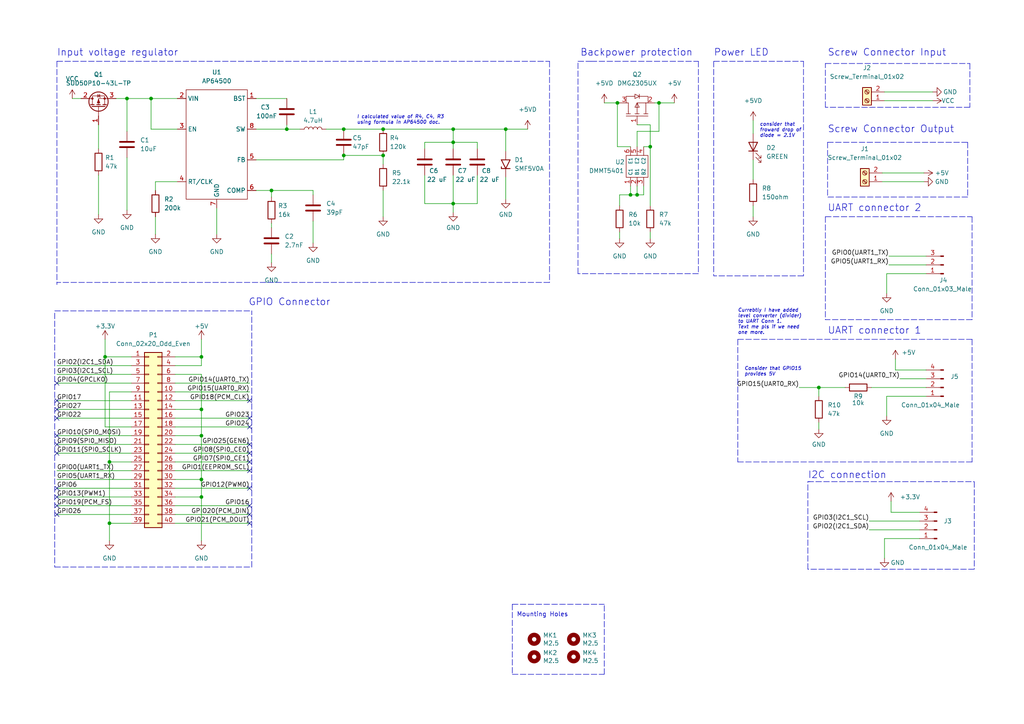
<source format=kicad_sch>
(kicad_sch (version 20231120) (generator "eeschema") (generator_version "8.0")
  (paper "A4")
  (lib_symbols
    (symbol "Connector:Conn_01x03_Male" (pin_names (offset 1.016) hide)
      (property "Reference" "J" (at 0 5.08 0))
      (property "Value" "Conn_01x03_Male" (at 0 -5.08 0))
      (symbol "Conn_01x03_Male_1_1"
        (polyline (pts (xy 1.27 -2.54) (xy 0.8636 -2.54)) (stroke (width 0.1524)))
        (polyline (pts (xy 1.27 0) (xy 0.8636 0)) (stroke (width 0.1524)))
        (polyline (pts (xy 1.27 2.54) (xy 0.8636 2.54)) (stroke (width 0.1524)))
        (rectangle (start 0.8636 -2.413) (end 0 -2.667) (stroke (width 0.1524)) (fill (type outline)))
        (rectangle (start 0.8636 0.127) (end 0 -0.127) (stroke (width 0.1524)) (fill (type outline)))
        (rectangle (start 0.8636 2.667) (end 0 2.413) (stroke (width 0.1524)) (fill (type outline)))
        (pin passive line (at 5.08 2.54 180) (length 3.81) (name "Pin_1") (number "1"))
        (pin passive line (at 5.08 0 180) (length 3.81) (name "Pin_2") (number "2"))
        (pin passive line (at 5.08 -2.54 180) (length 3.81) (name "Pin_3") (number "3"))
      )
    )
    (symbol "Connector:Conn_01x04_Male" (pin_names (offset 1.016) hide)
      (property "Reference" "J" (at 0 5.08 0))
      (property "Value" "Conn_01x04_Male" (at 0 -7.62 0))
      (symbol "Conn_01x04_Male_1_1"
        (polyline (pts (xy 1.27 -5.08) (xy 0.8636 -5.08)) (stroke (width 0.1524)))
        (polyline (pts (xy 1.27 -2.54) (xy 0.8636 -2.54)) (stroke (width 0.1524)))
        (polyline (pts (xy 1.27 0) (xy 0.8636 0)) (stroke (width 0.1524)))
        (polyline (pts (xy 1.27 2.54) (xy 0.8636 2.54)) (stroke (width 0.1524)))
        (rectangle (start 0.8636 -4.953) (end 0 -5.207) (stroke (width 0.1524)) (fill (type outline)))
        (rectangle (start 0.8636 -2.413) (end 0 -2.667) (stroke (width 0.1524)) (fill (type outline)))
        (rectangle (start 0.8636 0.127) (end 0 -0.127) (stroke (width 0.1524)) (fill (type outline)))
        (rectangle (start 0.8636 2.667) (end 0 2.413) (stroke (width 0.1524)) (fill (type outline)))
        (pin passive line (at 5.08 2.54 180) (length 3.81) (name "Pin_1") (number "1"))
        (pin passive line (at 5.08 0 180) (length 3.81) (name "Pin_2") (number "2"))
        (pin passive line (at 5.08 -2.54 180) (length 3.81) (name "Pin_3") (number "3"))
        (pin passive line (at 5.08 -5.08 180) (length 3.81) (name "Pin_4") (number "4"))
      )
    )
    (symbol "Connector:Screw_Terminal_01x02" (pin_names (offset 1.016) hide)
      (property "Reference" "J" (at 0 2.54 0))
      (property "Value" "Screw_Terminal_01x02" (at 0 -5.08 0))
      (symbol "Screw_Terminal_01x02_1_1"
        (rectangle (start -1.27 1.27) (end 1.27 -3.81) (stroke (width 0.254)) (fill (type background)))
        (circle (center 0 -2.54) (radius 0.635) (stroke (width 0.1524)))
        (polyline (pts (xy -0.5334 -2.2098) (xy 0.3302 -3.048)) (stroke (width 0.1524)))
        (polyline (pts (xy -0.5334 0.3302) (xy 0.3302 -0.508)) (stroke (width 0.1524)))
        (polyline (pts (xy -0.3556 -2.032) (xy 0.508 -2.8702)) (stroke (width 0.1524)))
        (polyline (pts (xy -0.3556 0.508) (xy 0.508 -0.3302)) (stroke (width 0.1524)))
        (circle (center 0 0) (radius 0.635) (stroke (width 0.1524)))
        (pin passive line (at -5.08 0 0) (length 3.81) (name "Pin_1") (number "1"))
        (pin passive line (at -5.08 -2.54 0) (length 3.81) (name "Pin_2") (number "2"))
      )
    )
    (symbol "Device:C" (pin_numbers hide) (pin_names (offset 0.254))
      (property "Reference" "C" (at 0.635 2.54 0))
      (property "Value" "C" (at 0.635 -2.54 0))
      (symbol "C_0_1"
        (polyline (pts (xy -2.032 -0.762) (xy 2.032 -0.762)) (stroke (width 0.508)))
        (polyline (pts (xy -2.032 0.762) (xy 2.032 0.762)) (stroke (width 0.508)))
      )
      (symbol "C_1_1"
        (pin passive line (at 0 3.81 270) (length 2.794) (name "~") (number "1"))
        (pin passive line (at 0 -3.81 90) (length 2.794) (name "~") (number "2"))
      )
    )
    (symbol "Device:L" (pin_numbers hide) (pin_names (offset 1.016) hide)
      (property "Reference" "L" (at -1.27 0 90))
      (property "Value" "L" (at 1.905 0 90))
      (symbol "L_0_1"
        (arc (start 0 -2.54) (mid 0.6323 -1.905) (end 0 -1.27))
        (arc (start 0 -1.27) (mid 0.6323 -0.635) (end 0 0))
        (arc (start 0 0) (mid 0.6323 0.635) (end 0 1.27))
        (arc (start 0 1.27) (mid 0.6323 1.905) (end 0 2.54))
      )
      (symbol "L_1_1"
        (pin passive line (at 0 3.81 270) (length 1.27) (name "1") (number "1"))
        (pin passive line (at 0 -3.81 90) (length 1.27) (name "2") (number "2"))
      )
    )
    (symbol "Device:LED" (pin_numbers hide) (pin_names (offset 1.016) hide)
      (property "Reference" "D" (at 0 2.54 0))
      (property "Value" "LED" (at 0 -2.54 0))
      (symbol "LED_0_1"
        (polyline (pts (xy -1.27 -1.27) (xy -1.27 1.27)) (stroke (width 0.254)))
        (polyline (pts (xy -1.27 0) (xy 1.27 0)))
        (polyline (pts (xy 1.27 -1.27) (xy 1.27 1.27) (xy -1.27 0) (xy 1.27 -1.27)) (stroke (width 0.254)))
        (polyline (pts (xy -3.048 -0.762) (xy -4.572 -2.286) (xy -3.81 -2.286) (xy -4.572 -2.286) (xy -4.572 -1.524)))
        (polyline (pts (xy -1.778 -0.762) (xy -3.302 -2.286) (xy -2.54 -2.286) (xy -3.302 -2.286) (xy -3.302 -1.524)))
      )
      (symbol "LED_1_1"
        (pin passive line (at -3.81 0 0) (length 2.54) (name "K") (number "1"))
        (pin passive line (at 3.81 0 180) (length 2.54) (name "A") (number "2"))
      )
    )
    (symbol "Device:R" (pin_numbers hide) (pin_names (offset 0))
      (property "Reference" "R" (at 2.032 0 90))
      (property "Value" "R" (at 0 0 90))
      (symbol "R_0_1"
        (rectangle (start -1.016 -2.54) (end 1.016 2.54) (stroke (width 0.254)))
      )
      (symbol "R_1_1"
        (pin passive line (at 0 3.81 270) (length 1.27) (name "~") (number "1"))
        (pin passive line (at 0 -3.81 90) (length 1.27) (name "~") (number "2"))
      )
    )
    (symbol "Diode:SMF5V0A" (pin_numbers hide) (pin_names (offset 1.016) hide)
      (property "Reference" "D" (at 0 2.54 0))
      (property "Value" "SMF5V0A" (at 0 -2.54 0))
      (symbol "SMF5V0A_0_1"
        (polyline (pts (xy -0.762 1.27) (xy -1.27 1.27) (xy -1.27 -1.27)) (stroke (width 0.254)))
        (polyline (pts (xy 1.27 1.27) (xy 1.27 -1.27) (xy -1.27 0) (xy 1.27 1.27)) (stroke (width 0.254)))
      )
      (symbol "SMF5V0A_1_1"
        (pin passive line (at -3.81 0 0) (length 2.54) (name "A1") (number "1"))
        (pin passive line (at 3.81 0 180) (length 2.54) (name "A2") (number "2"))
      )
    )
    (symbol "Library:Conn_02x20_Odd_Even" (pin_names (offset 1.016) hide)
      (property "Reference" "P1" (at 1.27 28.3718 0))
      (property "Value" "Conn_02x20_Odd_Even" (at 1.27 26.0604 0))
      (symbol "Conn_02x20_Odd_Even_1_1"
        (rectangle (start -1.27 -25.273) (end 0 -25.527) (stroke (width 0.1524)))
        (rectangle (start -1.27 -22.733) (end 0 -22.987) (stroke (width 0.1524)))
        (rectangle (start -1.27 -20.193) (end 0 -20.447) (stroke (width 0.1524)))
        (rectangle (start -1.27 -17.653) (end 0 -17.907) (stroke (width 0.1524)))
        (rectangle (start -1.27 -15.113) (end 0 -15.367) (stroke (width 0.1524)))
        (rectangle (start -1.27 -12.573) (end 0 -12.827) (stroke (width 0.1524)))
        (rectangle (start -1.27 -10.033) (end 0 -10.287) (stroke (width 0.1524)))
        (rectangle (start -1.27 -7.493) (end 0 -7.747) (stroke (width 0.1524)))
        (rectangle (start -1.27 -4.953) (end 0 -5.207) (stroke (width 0.1524)))
        (rectangle (start -1.27 -2.413) (end 0 -2.667) (stroke (width 0.1524)))
        (rectangle (start -1.27 0.127) (end 0 -0.127) (stroke (width 0.1524)))
        (rectangle (start -1.27 2.667) (end 0 2.413) (stroke (width 0.1524)))
        (rectangle (start -1.27 5.207) (end 0 4.953) (stroke (width 0.1524)))
        (rectangle (start -1.27 7.747) (end 0 7.493) (stroke (width 0.1524)))
        (rectangle (start -1.27 10.287) (end 0 10.033) (stroke (width 0.1524)))
        (rectangle (start -1.27 12.827) (end 0 12.573) (stroke (width 0.1524)))
        (rectangle (start -1.27 15.367) (end 0 15.113) (stroke (width 0.1524)))
        (rectangle (start -1.27 17.907) (end 0 17.653) (stroke (width 0.1524)))
        (rectangle (start -1.27 20.447) (end 0 20.193) (stroke (width 0.1524)))
        (rectangle (start -1.27 22.987) (end 0 22.733) (stroke (width 0.1524)))
        (rectangle (start -1.27 24.13) (end 3.81 -26.67) (stroke (width 0.254)) (fill (type background)))
        (rectangle (start 3.81 -25.273) (end 2.54 -25.527) (stroke (width 0.1524)))
        (rectangle (start 3.81 -22.733) (end 2.54 -22.987) (stroke (width 0.1524)))
        (rectangle (start 3.81 -20.193) (end 2.54 -20.447) (stroke (width 0.1524)))
        (rectangle (start 3.81 -17.653) (end 2.54 -17.907) (stroke (width 0.1524)))
        (rectangle (start 3.81 -15.113) (end 2.54 -15.367) (stroke (width 0.1524)))
        (rectangle (start 3.81 -12.573) (end 2.54 -12.827) (stroke (width 0.1524)))
        (rectangle (start 3.81 -10.033) (end 2.54 -10.287) (stroke (width 0.1524)))
        (rectangle (start 3.81 -7.493) (end 2.54 -7.747) (stroke (width 0.1524)))
        (rectangle (start 3.81 -4.953) (end 2.54 -5.207) (stroke (width 0.1524)))
        (rectangle (start 3.81 -2.413) (end 2.54 -2.667) (stroke (width 0.1524)))
        (rectangle (start 3.81 0.127) (end 2.54 -0.127) (stroke (width 0.1524)))
        (rectangle (start 3.81 2.667) (end 2.54 2.413) (stroke (width 0.1524)))
        (rectangle (start 3.81 5.207) (end 2.54 4.953) (stroke (width 0.1524)))
        (rectangle (start 3.81 7.747) (end 2.54 7.493) (stroke (width 0.1524)))
        (rectangle (start 3.81 10.287) (end 2.54 10.033) (stroke (width 0.1524)))
        (rectangle (start 3.81 12.827) (end 2.54 12.573) (stroke (width 0.1524)))
        (rectangle (start 3.81 15.367) (end 2.54 15.113) (stroke (width 0.1524)))
        (rectangle (start 3.81 17.907) (end 2.54 17.653) (stroke (width 0.1524)))
        (rectangle (start 3.81 20.447) (end 2.54 20.193) (stroke (width 0.1524)))
        (rectangle (start 3.81 22.987) (end 2.54 22.733) (stroke (width 0.1524)))
        (pin power_out line (at -5.08 22.86 0) (length 3.81) (name "Pin_1") (number "1"))
        (pin passive line (at 7.62 12.7 180) (length 3.81) (name "Pin_10") (number "10"))
        (pin passive line (at -5.08 10.16 0) (length 3.81) (name "Pin_11") (number "11"))
        (pin passive line (at 7.62 10.16 180) (length 3.81) (name "Pin_12") (number "12"))
        (pin passive line (at -5.08 7.62 0) (length 3.81) (name "Pin_13") (number "13"))
        (pin passive line (at 7.62 7.62 180) (length 3.81) (name "Pin_14") (number "14"))
        (pin passive line (at -5.08 5.08 0) (length 3.81) (name "Pin_15") (number "15"))
        (pin passive line (at 7.62 5.08 180) (length 3.81) (name "Pin_16") (number "16"))
        (pin power_out line (at -5.08 2.54 0) (length 3.81) (name "Pin_17") (number "17"))
        (pin passive line (at 7.62 2.54 180) (length 3.81) (name "Pin_18") (number "18"))
        (pin passive line (at -5.08 0 0) (length 3.81) (name "Pin_19") (number "19"))
        (pin bidirectional line (at 7.62 22.86 180) (length 3.81) (name "Pin_2") (number "2"))
        (pin passive line (at 7.62 0 180) (length 3.81) (name "Pin_20") (number "20"))
        (pin passive line (at -5.08 -2.54 0) (length 3.81) (name "Pin_21") (number "21"))
        (pin passive line (at 7.62 -2.54 180) (length 3.81) (name "Pin_22") (number "22"))
        (pin passive line (at -5.08 -5.08 0) (length 3.81) (name "Pin_23") (number "23"))
        (pin passive line (at 7.62 -5.08 180) (length 3.81) (name "Pin_24") (number "24"))
        (pin passive line (at -5.08 -7.62 0) (length 3.81) (name "Pin_25") (number "25"))
        (pin passive line (at 7.62 -7.62 180) (length 3.81) (name "Pin_26") (number "26"))
        (pin passive line (at -5.08 -10.16 0) (length 3.81) (name "Pin_27") (number "27"))
        (pin passive line (at 7.62 -10.16 180) (length 3.81) (name "Pin_28") (number "28"))
        (pin passive line (at -5.08 -12.7 0) (length 3.81) (name "Pin_29") (number "29"))
        (pin passive line (at -5.08 20.32 0) (length 3.81) (name "Pin_3") (number "3"))
        (pin passive line (at 7.62 -12.7 180) (length 3.81) (name "Pin_30") (number "30"))
        (pin passive line (at -5.08 -15.24 0) (length 3.81) (name "Pin_31") (number "31"))
        (pin passive line (at 7.62 -15.24 180) (length 3.81) (name "Pin_32") (number "32"))
        (pin passive line (at -5.08 -17.78 0) (length 3.81) (name "Pin_33") (number "33"))
        (pin passive line (at 7.62 -17.78 180) (length 3.81) (name "Pin_34") (number "34"))
        (pin passive line (at -5.08 -20.32 0) (length 3.81) (name "Pin_35") (number "35"))
        (pin passive line (at 7.62 -20.32 180) (length 3.81) (name "Pin_36") (number "36"))
        (pin passive line (at -5.08 -22.86 0) (length 3.81) (name "Pin_37") (number "37"))
        (pin passive line (at 7.62 -22.86 180) (length 3.81) (name "Pin_38") (number "38"))
        (pin passive line (at -5.08 -25.4 0) (length 3.81) (name "Pin_39") (number "39"))
        (pin bidirectional line (at 7.62 20.32 180) (length 3.81) (name "Pin_4") (number "4"))
        (pin passive line (at 7.62 -25.4 180) (length 3.81) (name "Pin_40") (number "40"))
        (pin passive line (at -5.08 17.78 0) (length 3.81) (name "Pin_5") (number "5"))
        (pin passive line (at 7.62 17.78 180) (length 3.81) (name "Pin_6") (number "6"))
        (pin passive line (at -5.08 15.24 0) (length 3.81) (name "Pin_7") (number "7"))
        (pin passive line (at 7.62 15.24 180) (length 3.81) (name "Pin_8") (number "8"))
        (pin passive line (at -5.08 12.7 0) (length 3.81) (name "Pin_9") (number "9"))
      )
    )
    (symbol "Mechanical:MountingHole" (pin_names (offset 1.016))
      (property "Reference" "H" (at 0 5.08 0))
      (property "Value" "MountingHole" (at 0 3.175 0))
      (symbol "MountingHole_0_1"
        (circle (center 0 0) (radius 1.27) (stroke (width 1.27)))
      )
    )
    (symbol "Transistor_FET:SUD50P10-43L" (pin_names hide)
      (property "Reference" "Q" (at 4.953 1.905 0))
      (property "Value" "SUD50P10-43L" (at 4.953 0 0))
      (symbol "SUD50P10-43L_0_1"
        (polyline (pts (xy 0.254 0) (xy -2.54 0)))
        (polyline (pts (xy 0.254 1.905) (xy 0.254 -1.905)) (stroke (width 0.254)))
        (polyline (pts (xy 0.762 -1.27) (xy 0.762 -2.286)) (stroke (width 0.254)))
        (polyline (pts (xy 0.762 0.508) (xy 0.762 -0.508)) (stroke (width 0.254)))
        (polyline (pts (xy 0.762 2.286) (xy 0.762 1.27)) (stroke (width 0.254)))
        (polyline (pts (xy 2.54 2.54) (xy 2.54 1.778)))
        (polyline (pts (xy 2.54 -2.54) (xy 2.54 0) (xy 0.762 0)))
        (polyline (pts (xy 0.762 1.778) (xy 3.302 1.778) (xy 3.302 -1.778) (xy 0.762 -1.778)))
        (polyline (pts (xy 2.286 0) (xy 1.27 0.381) (xy 1.27 -0.381) (xy 2.286 0)) (fill (type outline)))
        (polyline (pts (xy 2.794 -0.508) (xy 2.921 -0.381) (xy 3.683 -0.381) (xy 3.81 -0.254)))
        (polyline (pts (xy 3.302 -0.381) (xy 2.921 0.254) (xy 3.683 0.254) (xy 3.302 -0.381)))
        (circle (center 1.651 0) (radius 2.794) (stroke (width 0.254)))
        (circle (center 2.54 -1.778) (radius 0.254) (fill (type outline)))
        (circle (center 2.54 1.778) (radius 0.254) (fill (type outline)))
      )
      (symbol "SUD50P10-43L_1_1"
        (pin input line (at -5.08 0 0) (length 2.54) (name "G") (number "1"))
        (pin passive line (at 2.54 5.08 270) (length 2.54) (name "D") (number "2"))
        (pin passive line (at 2.54 -5.08 90) (length 2.54) (name "S") (number "3"))
      )
    )
    (symbol "dcdc-lib:AP64500"
      (property "Reference" "U" (at 0 29.21 0))
      (property "Value" "AP64500" (at 0 -21.59 0))
      (symbol "AP64500_0_1"
        (rectangle (start -8.89 24.13) (end 8.89 -7.62))
        (rectangle (start 0 -10.16) (end 0 -8.89))
      )
      (symbol "AP64500_1_1"
        (pin input line (at 11.43 21.59 180) (length 2.54) (name "BST") (number "1"))
        (pin input line (at -11.43 21.59 0) (length 2.54) (name "VIN") (number "2"))
        (pin input line (at -11.43 12.7 0) (length 2.54) (name "EN") (number "3"))
        (pin input line (at -11.43 -2.54 0) (length 2.54) (name "RT/CLK") (number "4"))
        (pin input line (at 11.43 3.81 180) (length 2.54) (name "FB") (number "5"))
        (pin input line (at 11.43 -5.08 180) (length 2.54) (name "COMP") (number "6"))
        (pin input line (at 0 -10.16 90) (length 2.54) (name "GND") (number "7"))
        (pin input line (at 11.43 12.7 180) (length 2.54) (name "SW") (number "8"))
      )
    )
    (symbol "dcdc-lib:DMG2305UX"
      (property "Reference" "Q" (at 0 6.35 0))
      (property "Value" "DMG2305UX" (at 1.27 -6.35 0))
      (symbol "DMG2305UX_0_1"
        (polyline (pts (xy -3.175 -1.905) (xy 3.175 -1.905)))
        (polyline (pts (xy -3.175 -1.27) (xy -1.905 -1.27)))
        (polyline (pts (xy -2.54 -0.635) (xy -2.54 -1.27)))
        (polyline (pts (xy -2.54 1.905) (xy -2.54 -0.635)))
        (polyline (pts (xy 0.635 3.175) (xy 0.635 4.445)))
        (polyline (pts (xy 1.905 -1.27) (xy 3.175 -1.27)))
        (polyline (pts (xy 2.54 1.905) (xy 2.54 -1.27)))
        (polyline (pts (xy -3.175 1.905) (xy -3.175 3.81) (xy -0.635 3.81)))
        (polyline (pts (xy -0.635 -1.27) (xy 0.635 -1.27) (xy -0.635 -1.27)))
        (polyline (pts (xy 0 -1.27) (xy 0 1.905) (xy 2.54 1.905)))
        (polyline (pts (xy 0.635 3.81) (xy 3.175 3.81) (xy 3.175 1.905)))
        (polyline (pts (xy -0.635 3.175) (xy -0.635 4.445) (xy 0.635 3.81) (xy -0.635 3.175)))
        (polyline (pts (xy 0 1.905) (xy -0.635 0.635) (xy 0.635 0.635) (xy 0 1.905)))
      )
      (symbol "DMG2305UX_1_1"
        (pin input line (at 0 -4.445 90) (length 2.54) (name "") (number "1"))
        (pin input line (at 5.08 1.905 180) (length 2.54) (name "") (number "2"))
        (pin input line (at -5.08 1.905 0) (length 2.54) (name "") (number "3"))
      )
    )
    (symbol "dcdc-lib:DMMT5401"
      (property "Reference" "U" (at 0 8.89 0))
      (property "Value" "DMMT5401" (at 0 -5.715 0))
      (symbol "DMMT5401_0_1"
        (rectangle (start -3.175 4.445) (end 3.175 -1.905))
      )
      (symbol "DMMT5401_1_1"
        (pin input line (at -1.905 -4.445 90) (length 2.54) (name "C1") (number "1"))
        (pin input line (at 0 -4.445 90) (length 2.54) (name "B1") (number "2"))
        (pin input line (at 1.905 -4.445 90) (length 2.54) (name "B2") (number "3"))
        (pin input line (at 1.905 6.985 270) (length 2.54) (name "C2") (number "4"))
        (pin input line (at 0 6.985 270) (length 2.54) (name "E2") (number "5"))
        (pin input line (at -1.905 6.985 270) (length 2.54) (name "E1") (number "6"))
      )
    )
    (symbol "power:+3.3V" (power) (pin_names (offset 0))
      (property "Value" "+3.3V" (at 0 3.556 0))
      (symbol "+3.3V_0_1"
        (polyline (pts (xy -0.762 1.27) (xy 0 2.54)))
        (polyline (pts (xy 0 0) (xy 0 2.54)))
        (polyline (pts (xy 0 2.54) (xy 0.762 1.27)))
      )
      (symbol "+3.3V_1_1"
        (pin power_in line (at 0 0 90) (length 0) hide (name "+3.3V") (number "1"))
      )
    )
    (symbol "power:+5V" (power) (pin_names (offset 0))
      (property "Value" "+5V" (at 0 3.556 0))
      (symbol "+5V_0_1"
        (polyline (pts (xy -0.762 1.27) (xy 0 2.54)))
        (polyline (pts (xy 0 0) (xy 0 2.54)))
        (polyline (pts (xy 0 2.54) (xy 0.762 1.27)))
      )
      (symbol "+5V_1_1"
        (pin power_in line (at 0 0 90) (length 0) hide (name "+5V") (number "1"))
      )
    )
    (symbol "power:+5VD" (power) (pin_names (offset 0))
      (property "Value" "+5VD" (at 0 3.556 0))
      (symbol "+5VD_0_1"
        (polyline (pts (xy -0.762 1.27) (xy 0 2.54)))
        (polyline (pts (xy 0 0) (xy 0 2.54)))
        (polyline (pts (xy 0 2.54) (xy 0.762 1.27)))
      )
      (symbol "+5VD_1_1"
        (pin power_in line (at 0 0 90) (length 0) hide (name "+5VD") (number "1"))
      )
    )
    (symbol "power:GND" (power) (pin_names (offset 0))
      (property "Value" "GND" (at 0 -3.81 0))
      (symbol "GND_0_1"
        (polyline (pts (xy 0 0) (xy 0 -1.27) (xy 1.27 -1.27) (xy 0 -2.54) (xy -1.27 -1.27) (xy 0 -1.27)))
      )
      (symbol "GND_1_1"
        (pin power_in line (at 0 0 270) (length 0) hide (name "GND") (number "1"))
      )
    )
    (symbol "power:VCC" (power) (pin_names (offset 0))
      (property "Value" "VCC" (at 0 3.81 0))
      (symbol "VCC_0_1"
        (polyline (pts (xy -0.762 1.27) (xy 0 2.54)))
        (polyline (pts (xy 0 0) (xy 0 2.54)))
        (polyline (pts (xy 0 2.54) (xy 0.762 1.27)))
      )
      (symbol "VCC_1_1"
        (pin power_in line (at 0 0 90) (length 0) hide (name "VCC") (number "1"))
      )
    )
  )
  (junction (at 30.48 103.505))
  (junction (at 58.42 126.365))
  (junction (at 78.74 55.245))
  (junction (at 111.125 45.085))
  (junction (at 131.445 41.275))
  (junction (at 31.75 133.985))
  (junction (at 131.445 59.055))
  (junction (at 179.07 29.845))
  (junction (at 31.75 151.765))
  (junction (at 237.49 112.395))
  (junction (at 182.88 56.515))
  (junction (at 43.815 28.575))
  (junction (at 36.83 28.575))
  (junction (at 131.445 37.465))
  (junction (at 99.695 37.465))
  (junction (at 58.42 103.505))
  (junction (at 184.785 56.515))
  (junction (at 58.42 144.145))
  (junction (at 111.125 37.465))
  (junction (at 146.685 37.465))
  (junction (at 83.185 37.465))
  (junction (at 99.695 45.085))
  (junction (at 188.595 42.545))
  (junction (at 58.42 139.065))
  (junction (at 191.135 29.845))
  (junction (at 58.42 118.745))
  (no_connect (at 16.51 116.205))
  (no_connect (at 16.51 149.225))
  (no_connect (at 72.39 121.285))
  (no_connect (at 16.51 144.145))
  (no_connect (at 72.39 151.765))
  (no_connect (at 16.51 111.125))
  (no_connect (at 16.51 118.745))
  (no_connect (at 72.39 141.605))
  (no_connect (at 16.51 146.685))
  (no_connect (at 72.39 146.685))
  (no_connect (at 72.39 149.225))
  (no_connect (at 16.51 141.605))
  (no_connect (at 72.39 128.905))
  (no_connect (at 16.51 128.905))
  (no_connect (at 72.39 116.205))
  (no_connect (at 72.39 133.985))
  (no_connect (at 16.51 126.365))
  (no_connect (at 16.51 121.285))
  (no_connect (at 72.39 131.445))
  (no_connect (at 16.51 131.445))
  (no_connect (at 72.39 123.825))
  (no_connect (at 72.39 136.525))
  (wire (pts (xy 50.8 121.285) (xy 72.39 121.285)))
  (wire (pts (xy 31.75 151.765) (xy 38.1 151.765)))
  (wire (pts (xy 50.8 151.765) (xy 72.39 151.765)))
  (wire (pts (xy 256.54 29.21) (xy 270.51 29.21)))
  (polyline (pts (xy 233.045 17.78) (xy 233.045 80.01)) (stroke (width 0) (type dash)))
  (wire (pts (xy 257.81 76.835) (xy 268.605 76.835)))
  (wire (pts (xy 99.695 45.085) (xy 111.125 45.085)))
  (wire (pts (xy 16.51 108.585) (xy 38.1 108.585)))
  (wire (pts (xy 50.8 106.045) (xy 58.42 106.045)))
  (wire (pts (xy 179.07 29.845) (xy 179.07 42.545)))
  (wire (pts (xy 16.51 139.065) (xy 38.1 139.065)))
  (wire (pts (xy 182.88 56.515) (xy 184.785 56.515)))
  (wire (pts (xy 146.685 37.465) (xy 146.685 43.815)))
  (wire (pts (xy 184.785 56.515) (xy 186.69 56.515)))
  (polyline (pts (xy 73.025 164.465) (xy 73.025 90.17)) (stroke (width 0) (type dash)))
  (wire (pts (xy 58.42 139.065) (xy 58.42 144.145)))
  (wire (pts (xy 16.51 121.285) (xy 38.1 121.285)))
  (wire (pts (xy 45.085 62.865) (xy 45.085 67.945)))
  (wire (pts (xy 45.085 52.705) (xy 45.085 55.245)))
  (polyline (pts (xy 16.51 17.78) (xy 16.51 82.55)) (stroke (width 0) (type dash)))
  (wire (pts (xy 179.705 56.515) (xy 182.88 56.515)))
  (wire (pts (xy 38.1 103.505) (xy 30.48 103.505)))
  (wire (pts (xy 36.83 28.575) (xy 36.83 38.1)))
  (wire (pts (xy 179.705 59.69) (xy 179.705 56.515)))
  (wire (pts (xy 83.185 37.465) (xy 86.995 37.465)))
  (wire (pts (xy 30.48 103.505) (xy 30.48 123.825)))
  (polyline (pts (xy 240.03 41.275) (xy 240.03 57.15)) (stroke (width 0) (type dash)))
  (wire (pts (xy 123.19 41.275) (xy 131.445 41.275)))
  (wire (pts (xy 50.8 111.125) (xy 72.39 111.125)))
  (wire (pts (xy 123.19 50.8) (xy 123.19 59.055)))
  (wire (pts (xy 20.955 28.575) (xy 23.495 28.575)))
  (wire (pts (xy 36.83 45.72) (xy 36.83 60.96)))
  (wire (pts (xy 31.75 133.985) (xy 38.1 133.985)))
  (polyline (pts (xy 281.305 18.415) (xy 281.305 31.115)) (stroke (width 0) (type dash)))
  (polyline (pts (xy 159.385 17.78) (xy 159.385 81.915)) (stroke (width 0) (type dash)))
  (wire (pts (xy 191.135 38.1) (xy 191.135 29.845)))
  (wire (pts (xy 50.8 103.505) (xy 58.42 103.505)))
  (wire (pts (xy 16.51 126.365) (xy 38.1 126.365)))
  (polyline (pts (xy 213.995 98.425) (xy 281.94 98.425)) (stroke (width 0) (type dash)))
  (wire (pts (xy 184.785 56.515) (xy 184.785 53.975)))
  (wire (pts (xy 252.73 112.395) (xy 268.605 112.395)))
  (wire (pts (xy 50.8 139.065) (xy 58.42 139.065)))
  (polyline (pts (xy 16.51 17.78) (xy 159.385 17.78)) (stroke (width 0) (type dash)))
  (wire (pts (xy 16.51 106.045) (xy 38.1 106.045)))
  (wire (pts (xy 50.8 149.225) (xy 72.39 149.225)))
  (wire (pts (xy 50.8 144.145) (xy 58.42 144.145)))
  (wire (pts (xy 179.07 42.545) (xy 182.88 42.545)))
  (wire (pts (xy 218.44 34.925) (xy 218.44 38.735)))
  (wire (pts (xy 16.51 144.145) (xy 38.1 144.145)))
  (polyline (pts (xy 175.26 195.58) (xy 175.26 175.26)) (stroke (width 0) (type dash)))
  (polyline (pts (xy 281.94 62.865) (xy 281.94 92.71)) (stroke (width 0) (type dash)))
  (wire (pts (xy 123.19 41.275) (xy 123.19 43.18)))
  (wire (pts (xy 16.51 128.905) (xy 38.1 128.905)))
  (polyline (pts (xy 159.385 81.915) (xy 16.51 81.915)) (stroke (width 0) (type dash)))
  (polyline (pts (xy 213.995 98.425) (xy 213.995 133.985)) (stroke (width 0) (type dash)))
  (wire (pts (xy 188.595 36.195) (xy 188.595 42.545)))
  (polyline (pts (xy 234.315 165.1) (xy 234.315 139.7)) (stroke (width 0) (type dash)))
  (wire (pts (xy 231.775 112.395) (xy 237.49 112.395)))
  (wire (pts (xy 99.695 46.355) (xy 99.695 45.085)))
  (wire (pts (xy 131.445 37.465) (xy 131.445 41.275)))
  (polyline (pts (xy 171.45 17.78) (xy 202.565 17.78)) (stroke (width 0) (type dash)))
  (wire (pts (xy 58.42 126.365) (xy 58.42 139.065)))
  (wire (pts (xy 188.595 59.69) (xy 188.595 42.545)))
  (wire (pts (xy 50.8 126.365) (xy 58.42 126.365)))
  (wire (pts (xy 111.125 37.465) (xy 131.445 37.465)))
  (wire (pts (xy 237.49 112.395) (xy 237.49 114.935)))
  (wire (pts (xy 255.905 50.165) (xy 267.97 50.165)))
  (wire (pts (xy 237.49 112.395) (xy 245.11 112.395)))
  (polyline (pts (xy 282.575 139.7) (xy 282.575 165.1)) (stroke (width 0) (type dash)))
  (wire (pts (xy 28.575 50.8) (xy 28.575 62.23)))
  (wire (pts (xy 111.125 45.085) (xy 111.125 47.625)))
  (wire (pts (xy 16.51 149.225) (xy 38.1 149.225)))
  (polyline (pts (xy 167.64 79.375) (xy 167.64 17.78)) (stroke (width 0) (type dash)))
  (wire (pts (xy 58.42 108.585) (xy 58.42 118.745)))
  (polyline (pts (xy 281.94 98.425) (xy 281.94 133.985)) (stroke (width 0) (type dash)))
  (wire (pts (xy 138.43 59.055) (xy 131.445 59.055)))
  (wire (pts (xy 51.435 52.705) (xy 45.085 52.705)))
  (wire (pts (xy 78.74 73.66) (xy 78.74 76.2)))
  (wire (pts (xy 188.595 42.545) (xy 186.69 42.545)))
  (polyline (pts (xy 281.94 133.985) (xy 213.995 133.985)) (stroke (width 0) (type dash)))
  (wire (pts (xy 179.705 67.31) (xy 179.705 69.215)))
  (polyline (pts (xy 239.395 18.415) (xy 281.305 18.415)) (stroke (width 0) (type dash)))
  (wire (pts (xy 131.445 50.8) (xy 131.445 59.055)))
  (polyline (pts (xy 239.395 62.865) (xy 281.94 62.865)) (stroke (width 0) (type dash)))
  (wire (pts (xy 31.75 133.985) (xy 31.75 151.765)))
  (wire (pts (xy 16.51 116.205) (xy 38.1 116.205)))
  (wire (pts (xy 58.42 118.745) (xy 58.42 126.365)))
  (polyline (pts (xy 148.59 195.58) (xy 175.26 195.58)) (stroke (width 0) (type dash)))
  (wire (pts (xy 50.8 123.825) (xy 72.39 123.825)))
  (wire (pts (xy 131.445 59.055) (xy 123.19 59.055)))
  (wire (pts (xy 38.1 113.665) (xy 31.75 113.665)))
  (wire (pts (xy 31.75 113.665) (xy 31.75 133.985)))
  (wire (pts (xy 16.51 141.605) (xy 38.1 141.605)))
  (wire (pts (xy 90.805 55.245) (xy 90.805 56.515)))
  (wire (pts (xy 43.815 37.465) (xy 51.435 37.465)))
  (wire (pts (xy 256.54 156.21) (xy 256.54 161.925)))
  (wire (pts (xy 50.8 128.905) (xy 72.39 128.905)))
  (wire (pts (xy 62.865 60.325) (xy 62.865 67.945)))
  (wire (pts (xy 131.445 41.275) (xy 138.43 41.275)))
  (wire (pts (xy 50.8 113.665) (xy 72.39 113.665)))
  (wire (pts (xy 131.445 41.275) (xy 131.445 43.18)))
  (polyline (pts (xy 234.315 139.7) (xy 282.575 139.7)) (stroke (width 0) (type dash)))
  (wire (pts (xy 94.615 37.465) (xy 99.695 37.465)))
  (polyline (pts (xy 148.59 175.26) (xy 175.26 175.26)) (stroke (width 0) (type dash)))
  (wire (pts (xy 74.295 46.355) (xy 99.695 46.355)))
  (polyline (pts (xy 15.875 90.805) (xy 15.875 164.465)) (stroke (width 0) (type dash)))
  (polyline (pts (xy 234.315 139.7) (xy 234.95 139.7)) (stroke (width 0) (type dash)))
  (wire (pts (xy 74.295 37.465) (xy 83.185 37.465)))
  (wire (pts (xy 268.605 107.315) (xy 259.715 107.315)))
  (wire (pts (xy 252.095 151.13) (xy 266.7 151.13)))
  (wire (pts (xy 43.815 28.575) (xy 51.435 28.575)))
  (polyline (pts (xy 15.875 164.465) (xy 73.025 164.465)) (stroke (width 0) (type dash)))
  (polyline (pts (xy 207.01 17.78) (xy 233.045 17.78)) (stroke (width 0) (type dash)))
  (wire (pts (xy 237.49 122.555) (xy 237.49 124.46)))
  (wire (pts (xy 50.8 118.745) (xy 58.42 118.745)))
  (polyline (pts (xy 280.67 57.15) (xy 240.03 57.15)) (stroke (width 0) (type dash)))
  (wire (pts (xy 259.715 104.14) (xy 259.715 107.315)))
  (wire (pts (xy 50.8 133.985) (xy 72.39 133.985)))
  (wire (pts (xy 184.785 38.1) (xy 184.785 42.545)))
  (wire (pts (xy 16.51 136.525) (xy 38.1 136.525)))
  (wire (pts (xy 50.8 116.205) (xy 72.39 116.205)))
  (wire (pts (xy 99.695 37.465) (xy 111.125 37.465)))
  (wire (pts (xy 252.095 153.67) (xy 266.7 153.67)))
  (wire (pts (xy 78.74 57.15) (xy 78.74 55.245)))
  (wire (pts (xy 50.8 131.445) (xy 72.39 131.445)))
  (wire (pts (xy 146.685 51.435) (xy 146.685 57.785)))
  (wire (pts (xy 182.88 56.515) (xy 182.88 53.975)))
  (wire (pts (xy 74.295 55.245) (xy 78.74 55.245)))
  (wire (pts (xy 268.605 114.935) (xy 257.175 114.935)))
  (wire (pts (xy 30.48 123.825) (xy 38.1 123.825)))
  (wire (pts (xy 50.8 146.685) (xy 72.39 146.685)))
  (wire (pts (xy 58.42 144.145) (xy 58.42 156.845)))
  (wire (pts (xy 78.74 64.77) (xy 78.74 66.04)))
  (wire (pts (xy 257.81 74.295) (xy 268.605 74.295)))
  (polyline (pts (xy 202.565 79.375) (xy 167.64 79.375)) (stroke (width 0) (type dash)))
  (wire (pts (xy 90.805 64.135) (xy 90.805 70.485)))
  (wire (pts (xy 218.44 46.355) (xy 218.44 52.07)))
  (polyline (pts (xy 167.64 17.78) (xy 171.45 17.78)) (stroke (width 0) (type dash)))
  (polyline (pts (xy 281.305 31.115) (xy 239.395 31.115)) (stroke (width 0) (type dash)))
  (wire (pts (xy 255.905 52.705) (xy 267.97 52.705)))
  (wire (pts (xy 268.605 79.375) (xy 257.175 79.375)))
  (wire (pts (xy 146.685 37.465) (xy 153.035 37.465)))
  (wire (pts (xy 191.135 29.845) (xy 195.58 29.845)))
  (polyline (pts (xy 202.565 17.78) (xy 202.565 79.375)) (stroke (width 0) (type dash)))
  (wire (pts (xy 257.175 114.935) (xy 257.175 120.65)))
  (wire (pts (xy 256.54 26.67) (xy 270.51 26.67)))
  (polyline (pts (xy 148.59 175.26) (xy 148.59 195.58)) (stroke (width 0) (type dash)))
  (wire (pts (xy 31.75 151.765) (xy 31.75 156.845)))
  (wire (pts (xy 175.26 29.845) (xy 179.07 29.845)))
  (polyline (pts (xy 239.395 31.115) (xy 239.395 18.415)) (stroke (width 0) (type dash)))
  (polyline (pts (xy 15.875 90.17) (xy 73.025 90.17)) (stroke (width 0) (type dash)))
  (wire (pts (xy 16.51 146.685) (xy 38.1 146.685)))
  (wire (pts (xy 78.74 55.245) (xy 90.805 55.245)))
  (wire (pts (xy 50.8 141.605) (xy 72.39 141.605)))
  (polyline (pts (xy 280.67 41.275) (xy 280.67 57.15)) (stroke (width 0) (type dash)))
  (wire (pts (xy 58.42 103.505) (xy 58.42 98.425)))
  (polyline (pts (xy 240.03 41.275) (xy 280.67 41.275)) (stroke (width 0) (type dash)))
  (wire (pts (xy 189.865 29.845) (xy 191.135 29.845)))
  (wire (pts (xy 138.43 50.8) (xy 138.43 59.055)))
  (polyline (pts (xy 281.94 92.71) (xy 239.395 92.71)) (stroke (width 0) (type dash)))
  (wire (pts (xy 266.7 148.59) (xy 258.445 148.59)))
  (wire (pts (xy 188.595 36.195) (xy 184.785 36.195)))
  (wire (pts (xy 33.655 28.575) (xy 36.83 28.575)))
  (wire (pts (xy 260.985 109.855) (xy 268.605 109.855)))
  (polyline (pts (xy 233.045 80.01) (xy 207.01 80.01)) (stroke (width 0) (type dash)))
  (polyline (pts (xy 239.395 62.865) (xy 239.395 92.71)) (stroke (width 0) (type dash)))
  (wire (pts (xy 138.43 41.275) (xy 138.43 43.18)))
  (wire (pts (xy 36.83 28.575) (xy 43.815 28.575)))
  (wire (pts (xy 50.8 136.525) (xy 72.39 136.525)))
  (wire (pts (xy 179.07 29.845) (xy 179.705 29.845)))
  (wire (pts (xy 50.8 108.585) (xy 58.42 108.585)))
  (wire (pts (xy 83.185 36.195) (xy 83.185 37.465)))
  (wire (pts (xy 30.48 98.425) (xy 30.48 103.505)))
  (polyline (pts (xy 282.575 165.1) (xy 234.315 165.1)) (stroke (width 0) (type dash)))
  (wire (pts (xy 131.445 59.055) (xy 131.445 61.595)))
  (wire (pts (xy 111.125 55.245) (xy 111.125 62.865)))
  (wire (pts (xy 131.445 37.465) (xy 146.685 37.465)))
  (polyline (pts (xy 207.01 17.78) (xy 207.01 80.01)) (stroke (width 0) (type dash)))
  (wire (pts (xy 16.51 111.125) (xy 38.1 111.125)))
  (wire (pts (xy 218.44 59.69) (xy 218.44 62.865)))
  (wire (pts (xy 257.175 79.375) (xy 257.175 85.09)))
  (wire (pts (xy 43.815 28.575) (xy 43.815 37.465)))
  (wire (pts (xy 16.51 131.445) (xy 38.1 131.445)))
  (wire (pts (xy 256.54 156.21) (xy 266.7 156.21)))
  (wire (pts (xy 258.445 145.415) (xy 258.445 148.59)))
  (wire (pts (xy 74.295 28.575) (xy 83.185 28.575)))
  (wire (pts (xy 28.575 36.195) (xy 28.575 43.18)))
  (wire (pts (xy 186.69 56.515) (xy 186.69 53.975)))
  (wire (pts (xy 188.595 67.31) (xy 188.595 69.215)))
  (wire (pts (xy 58.42 106.045) (xy 58.42 103.505)))
  (wire (pts (xy 184.785 38.1) (xy 191.135 38.1)))
  (wire (pts (xy 16.51 118.745) (xy 38.1 118.745)))
  (text "Currebtly I have added\nlevel converter (divider)\nto UART Conn 1.\nText me pls if we need \none more." (at 213.995 97.155 0) (effects (font (size 1 1) (italic yes)) (justify left bottom)))
  (text "Backpower protection" (at 168.275 16.51 0) (effects (font (size 2 2)) (justify left bottom)))
  (text "Mounting Holes" (at 149.86 179.07 0) (effects (font (size 1.27 1.27)) (justify left bottom)))
  (text "I2C connection" (at 234.315 139.065 0) (effects (font (size 2 2)) (justify left bottom)))
  (text "GPIO Connector" (at 95.885 88.9 0) (effects (font (size 2 2)) (justify right bottom)))
  (text "UART connector 2" (at 240.03 61.595 0) (effects (font (size 2 2)) (justify left bottom)))
  (text "Consider that GPIO15\nprovides 5V" (at 215.9 109.22 0) (effects (font (size 1 1) (italic yes)) (justify left bottom)))
  (text "consider that \nfroward drop of\ndiode = 2.1V" (at 220.345 40.005 0) (effects (font (size 1 1) (italic yes)) (justify left bottom)))
  (text "Screw Connector Output" (at 240.03 38.735 0) (effects (font (size 2 2)) (justify left bottom)))
  (text "Input voltage regulator" (at 16.51 16.51 0) (effects (font (size 2 2)) (justify left bottom)))
  (text "UART connector 1" (at 240.03 97.155 0) (effects (font (size 2 2)) (justify left bottom)))
  (text "Power LED" (at 207.01 16.51 0) (effects (font (size 2 2)) (justify left bottom)))
  (text "Screw Connector Input" (at 240.03 16.51 0) (effects (font (size 2 2)) (justify left bottom)))
  (text "I calculated value of R4, C4, R3\nusing formula in AP64500 doc. \n" (at 103.505 36.195 0) (effects (font (size 1 1) (italic yes)) (justify left bottom)))
  (label "GPIO12(PWM0)" (at 72.39 141.605 180))
  (label "GPIO22" (at 16.51 121.285 0))
  (label "GPIO0(UART1_TX)" (at 257.81 74.295 180))
  (label "GPIO25(GEN6)" (at 72.39 128.905 180))
  (label "GPIO9(SPI0_MISO)" (at 16.51 128.905 0))
  (label "GPIO18(PCM_CLK)" (at 72.39 116.205 180))
  (label "GPIO15(UART0_RX)" (at 72.39 113.665 180))
  (label "GPIO1(EEPROM_SCL)" (at 72.39 136.525 180))
  (label "GPIO8(SPI0_CE0)" (at 72.39 131.445 180))
  (label "GPIO17" (at 16.51 116.205 0))
  (label "GPIO19(PCM_FS)" (at 16.51 146.685 0))
  (label "GPIO4(GPCLK0)" (at 16.51 111.125 0))
  (label "GPIO23" (at 72.39 121.285 180))
  (label "GPIO3(I2C1_SCL)" (at 252.095 151.13 180))
  (label "GPIO6" (at 16.51 141.605 0))
  (label "GPIO14(UART0_TX)" (at 72.39 111.125 180))
  (label "GPIO21(PCM_DOUT)" (at 72.39 151.765 180))
  (label "GPIO2(I2C1_SDA)" (at 16.51 106.045 0))
  (label "GPIO24" (at 72.39 123.825 180))
  (label "GPIO0(UART1_TX)" (at 16.51 136.525 0))
  (label "GPIO5(UART1_RX)" (at 257.81 76.835 180))
  (label "GPIO2(I2C1_SDA)" (at 252.095 153.67 180))
  (label "GPIO27" (at 16.51 118.745 0))
  (label "GPIO26" (at 16.51 149.225 0))
  (label "GPIO15(UART0_RX)" (at 231.775 112.395 180))
  (label "GPIO20(PCM_DIN)" (at 72.39 149.225 180))
  (label "GPIO7(SPI0_CE1)" (at 72.39 133.985 180))
  (label "GPIO11(SPI0_SCLK)" (at 16.51 131.445 0))
  (label "GPIO16" (at 72.39 146.685 180))
  (label "GPIO5(UART1_RX)" (at 16.51 139.065 0))
  (label "GPIO13(PWM1)" (at 16.51 144.145 0))
  (label "GPIO3(I2C1_SCL)" (at 16.51 108.585 0))
  (label "GPIO14(UART0_TX)" (at 260.985 109.855 180))
  (label "GPIO10(SPI0_MOSI)" (at 16.51 126.365 0))
  (symbol (lib_id "power:GND") (at 218.44 62.865 0) (unit 1)
    (property "Reference" "#PWR021" (effects (hide yes)))
    (property "Value" "GND" (at 218.44 67.945 0))
  )
  (symbol (lib_id "power:+5V") (at 267.97 50.165 270) (unit 1)
    (property "Reference" "#PWR028" (effects (hide yes)))
    (property "Value" "+5V" (at 271.145 50.1649 90) (effects (justify left)))
  )
  (symbol (lib_id "Connector:Screw_Terminal_01x02") (at 250.825 52.705 180) (unit 1)
    (property "Reference" "J1" (at 250.825 43.18 0))
    (property "Value" "Screw_Terminal_01x02" (at 250.825 45.72 0))
    (property "Footprint" "JL500-50802G01:CONN-TH_2P-P5.08_JL500-50002G01" (effects (hide yes)))
    (property "LCSC" "C709041" (effects (hide yes)))
  )
  (symbol (lib_id "Mechanical:MountingHole") (at 166.37 190.5 0) (unit 1)
    (property "Reference" "MK4" (at 168.91 189.3316 0) (effects (justify left)))
    (property "Value" "M2.5" (at 168.91 191.643 0) (effects (justify left)))
    (property "Footprint" "MountingHole:MountingHole_2.7mm_M2.5_Pad" (effects (hide yes)))
  )
  (symbol (lib_id "power:VCC") (at 270.51 29.21 270) (unit 1)
    (property "Reference" "#PWR030" (effects (hide yes)))
    (property "Value" "VCC" (at 274.955 29.21 90))
  )
  (symbol (lib_id "power:GND") (at 257.175 120.65 0) (unit 1)
    (property "Reference" "#PWR025" (effects (hide yes)))
    (property "Value" "GND" (at 257.175 125.73 0))
  )
  (symbol (lib_id "power:GND") (at 90.805 70.485 0) (unit 1)
    (property "Reference" "#PWR011" (effects (hide yes)))
    (property "Value" "GND" (at 90.805 75.565 0))
  )
  (symbol (lib_id "Mechanical:MountingHole") (at 154.94 185.42 0) (unit 1)
    (property "Reference" "MK1" (at 157.48 184.2516 0) (effects (justify left)))
    (property "Value" "M2.5" (at 157.48 186.563 0) (effects (justify left)))
    (property "Footprint" "MountingHole:MountingHole_2.7mm_M2.5_Pad" (effects (hide yes)))
  )
  (symbol (lib_id "power:GND") (at 146.685 57.785 0) (unit 1)
    (property "Reference" "#PWR014" (effects (hide yes)))
    (property "Value" "GND" (at 146.685 62.23 0))
  )
  (symbol (lib_id "Diode:SMF5V0A") (at 146.685 47.625 90) (unit 1)
    (property "Reference" "D1" (at 149.225 46.3549 90) (effects (justify right)))
    (property "Value" "SMF5V0A" (at 149.225 48.8949 90) (effects (justify right)))
    (property "Footprint" "Diode_SMD:D_SMF" (effects (hide yes)))
    (property "Datasheet" "https://www.vishay.com/doc?85881" (effects (hide yes)))
    (property "LCSC" "C42387343" (effects (hide yes)))
  )
  (symbol (lib_id "power:GND") (at 257.175 85.09 0) (unit 1)
    (property "Reference" "#PWR024" (effects (hide yes)))
    (property "Value" "GND" (at 257.175 90.17 0))
  )
  (symbol (lib_id "power:GND") (at 31.75 156.845 0) (unit 1)
    (property "Reference" "#PWR04" (effects (hide yes)))
    (property "Value" "GND" (at 31.75 161.925 0))
  )
  (symbol (lib_id "dcdc-lib:DMG2305UX") (at 184.785 31.75 0) (unit 1)
    (property "Reference" "Q2" (at 184.785 21.59 0))
    (property "Value" "DMG2305UX" (at 184.785 24.13 0))
    (property "Footprint" "ultralibDMG2305UX:DMG2305UX-7" (effects (hide yes)))
    (property "LCSC" "C508197" (effects (hide yes)))
  )
  (symbol (lib_id "dcdc-lib:AP64500") (at 62.865 50.165 0) (unit 1)
    (property "Reference" "U1" (at 62.865 20.955 0))
    (property "Value" "AP64500" (at 62.865 23.495 0))
    (property "Footprint" "ultralibAP64500:AP64500SP-13" (effects (hide yes)))
    (property "Datasheet" "https://www.lcsc.com/datasheet/lcsc_datasheet_2412251026_Diodes-Incorporated-AP64500SP-13_C2070920.pdf" (effects (hide yes)))
    (property "LCSC" "C2070920" (effects (hide yes)))
  )
  (symbol (lib_id "Device:LED") (at 218.44 42.545 90) (unit 1)
    (property "Reference" "D2" (at 222.25 42.8624 90) (effects (justify right)))
    (property "Value" "GREEN" (at 222.25 45.4024 90) (effects (justify right)))
    (property "Footprint" "LED_SMD:LED_0805_2012Metric" (effects (hide yes)))
    (property "LCSC" "C5875740" (effects (hide yes)))
  )
  (symbol (lib_id "Mechanical:MountingHole") (at 154.94 190.5 0) (unit 1)
    (property "Reference" "MK2" (at 157.48 189.3316 0) (effects (justify left)))
    (property "Value" "M2.5" (at 157.48 191.643 0) (effects (justify left)))
    (property "Footprint" "MountingHole:MountingHole_2.7mm_M2.5_Pad" (effects (hide yes)))
  )
  (symbol (lib_id "Device:R") (at 179.705 63.5 180) (unit 1)
    (property "Reference" "R6" (at 182.245 62.2299 0) (effects (justify right)))
    (property "Value" "10k" (at 182.245 64.7699 0) (effects (justify right)))
    (property "Footprint" "Resistor_SMD:R_0805_2012Metric" (effects (hide yes)))
    (property "LCSC" "C110775" (effects (hide yes)))
  )
  (symbol (lib_id "Connector:Conn_01x03_Male") (at 273.685 76.835 180) (unit 1)
    (property "Reference" "J4" (at 272.415 81.28 0) (effects (justify right)))
    (property "Value" "Conn_01x03_Male" (at 264.795 83.82 0) (effects (justify right)))
    (property "Footprint" "Connector_JST:JST_PH_B3B-PH-K_1x03_P2.00mm_Vertical" (effects (hide yes)))
    (property "LCSC" "C131339" (effects (hide yes)))
  )
  (symbol (lib_id "Transistor_FET:SUD50P10-43L") (at 28.575 31.115 90) (unit 1)
    (property "Reference" "Q1" (at 28.575 21.59 90))
    (property "Value" "SUD50P10-43L-TP" (at 28.575 24.13 90))
    (property "Footprint" "Package_TO_SOT_SMD:TO-252-2" (effects (hide yes)))
    (property "Datasheet" "https://www.vishay.com/docs/62504/sud50p10-43l-ge3.pdf" (effects (hide yes)))
    (property "LCSC" "C41408040" (effects (hide yes)))
  )
  (symbol (lib_id "Device:C") (at 138.43 46.99 0) (unit 1)
    (property "Reference" "C8" (at 139.7 49.53 0) (effects (justify left)))
    (property "Value" "22 uF" (at 139.065 52.07 0) (effects (justify left)))
    (property "Footprint" "Capacitor_SMD:C_2220_5750Metric" (effects (hide yes)))
    (property "LCSC" "C784103" (effects (hide yes)))
  )
  (symbol (lib_id "Device:R") (at 111.125 41.275 0) (unit 1)
    (property "Reference" "R4" (at 113.03 40.0049 0) (effects (justify left)))
    (property "Value" "120k" (at 113.03 42.5449 0) (effects (justify left)))
    (property "Footprint" "Resistor_SMD:R_0805_2012Metric" (effects (hide yes)))
    (property "LCSC" "C865161" (effects (hide yes)))
  )
  (symbol (lib_id "Device:C") (at 78.74 69.85 0) (unit 1)
    (property "Reference" "C2" (at 82.55 68.5799 0) (effects (justify left)))
    (property "Value" "2.7nF" (at 82.55 71.1199 0) (effects (justify left)))
    (property "Footprint" "Capacitor_SMD:C_0805_2012Metric" (effects (hide yes)))
    (property "LCSC" "C2918070" (effects (hide yes)))
  )
  (symbol (lib_id "Device:R") (at 237.49 118.745 0) (unit 1)
    (property "Reference" "R10" (at 240.03 117.4749 0) (effects (justify left)))
    (property "Value" "47k" (at 240.03 120.0149 0) (effects (justify left)))
    (property "Footprint" "Resistor_SMD:R_0805_2012Metric" (effects (hide yes)))
    (property "LCSC" "C2989281" (effects (hide yes)))
  )
  (symbol (lib_id "Device:L") (at 90.805 37.465 90) (unit 1)
    (property "Reference" "L1" (at 90.805 32.385 90))
    (property "Value" "4.7uH" (at 90.805 34.925 90))
    (property "Footprint" "YSPI0724-4R7M:IND-SMD_L7.3-W6.6_YSPI07XX" (effects (hide yes)))
    (property "Datasheet" "https://www.lcsc.com/datasheet/lcsc_datasheet_2406141138_TECHFUSE-SL0624-4R7M_C22463813.pdf" (effects (hide yes)))
    (property "LCSC" "C22463813" (effects (hide yes)))
  )
  (symbol (lib_id "power:+5V") (at 259.715 104.14 0) (unit 1)
    (property "Reference" "#PWR027" (effects (hide yes)))
    (property "Value" "+5V" (at 263.525 102.235 0))
  )
  (symbol (lib_id "power:+5V") (at 58.42 98.425 0) (unit 1)
    (property "Reference" "#PWR07" (effects (hide yes)))
    (property "Value" "+5V" (at 58.42 94.615 0))
  )
  (symbol (lib_id "Device:C") (at 99.695 41.275 0) (unit 1)
    (property "Reference" "C5" (at 102.235 40.005 0) (effects (justify left)))
    (property "Value" "47pF" (at 102.235 42.545 0) (effects (justify left)))
    (property "Footprint" "Capacitor_SMD:C_0805_2012Metric" (effects (hide yes)))
    (property "LCSC" "C113821" (effects (hide yes)))
  )
  (symbol (lib_id "Mechanical:MountingHole") (at 166.37 185.42 0) (unit 1)
    (property "Reference" "MK3" (at 168.91 184.2516 0) (effects (justify left)))
    (property "Value" "M2.5" (at 168.91 186.563 0) (effects (justify left)))
    (property "Footprint" "MountingHole:MountingHole_2.7mm_M2.5_Pad" (effects (hide yes)))
  )
  (symbol (lib_id "Device:R") (at 111.125 51.435 0) (unit 1)
    (property "Reference" "R5" (at 113.665 50.1649 0) (effects (justify left)))
    (property "Value" "22.1k" (at 113.665 52.7049 0) (effects (justify left)))
    (property "Footprint" "Resistor_SMD:R_0805_2012Metric" (effects (hide yes)))
    (property "LCSC" "C2692772" (effects (hide yes)))
  )
  (symbol (lib_id "Connector:Conn_01x04_Male") (at 273.685 112.395 180) (unit 1)
    (property "Reference" "J5" (at 276.86 109.22 0))
    (property "Value" "Conn_01x04_Male" (at 269.875 117.475 0))
    (property "Footprint" "Connector_JST:JST_PH_B4B-PH-K_1x04_P2.00mm_Vertical" (effects (hide yes)))
    (property "LCSC" "C131334" (effects (hide yes)))
  )
  (symbol (lib_id "power:+5VD") (at 153.035 37.465 0) (unit 1)
    (property "Reference" "#PWR015" (effects (hide yes)))
    (property "Value" "+5VD" (at 153.035 31.75 0))
  )
  (symbol (lib_id "Connector:Conn_01x04_Male") (at 271.78 153.67 180) (unit 1)
    (property "Reference" "J3" (at 273.685 151.1299 0) (effects (justify right)))
    (property "Value" "Conn_01x04_Male" (at 263.525 158.75 0) (effects (justify right)))
    (property "Footprint" "Connector_JST:JST_PH_B4B-PH-K_1x04_P2.00mm_Vertical" (effects (hide yes)))
    (property "LCSC" "C131334" (effects (hide yes)))
  )
  (symbol (lib_id "power:GND") (at 78.74 76.2 0) (unit 1)
    (property "Reference" "#PWR010" (effects (hide yes)))
    (property "Value" "GND" (at 78.74 81.28 0))
  )
  (symbol (lib_id "power:GND") (at 28.575 62.23 0) (unit 1)
    (property "Reference" "#PWR02" (effects (hide yes)))
    (property "Value" "GND" (at 28.575 67.31 0))
  )
  (symbol (lib_id "power:GND") (at 237.49 124.46 0) (unit 1)
    (property "Reference" "#PWR022" (effects (hide yes)))
    (property "Value" "GND" (at 237.49 128.905 0))
  )
  (symbol (lib_id "Device:C") (at 131.445 46.99 0) (unit 1)
    (property "Reference" "C7" (at 132.715 49.53 0) (effects (justify left)))
    (property "Value" "22 uF" (at 132.08 52.07 0) (effects (justify left)))
    (property "Footprint" "Capacitor_SMD:C_2220_5750Metric" (effects (hide yes)))
    (property "LCSC" "C784103" (effects (hide yes)))
  )
  (symbol (lib_id "power:GND") (at 188.595 69.215 0) (unit 1)
    (property "Reference" "#PWR018" (effects (hide yes)))
    (property "Value" "GND" (at 188.595 74.295 0))
  )
  (symbol (lib_id "power:GND") (at 58.42 156.845 0) (unit 1)
    (property "Reference" "#PWR08" (effects (hide yes)))
    (property "Value" "GND" (at 58.42 161.925 0))
  )
  (symbol (lib_id "power:GND") (at 270.51 26.67 90) (unit 1)
    (property "Reference" "#PWR031" (effects (hide yes)))
    (property "Value" "GND" (at 275.59 26.67 90))
  )
  (symbol (lib_id "Device:R") (at 28.575 46.99 0) (unit 1)
    (property "Reference" "R1" (at 30.48 45.7199 0) (effects (justify left)))
    (property "Value" "47k" (at 30.48 48.2599 0) (effects (justify left)))
    (property "Footprint" "Resistor_SMD:R_0805_2012Metric" (effects (hide yes)))
    (property "LCSC" "C2989281" (effects (hide yes)))
  )
  (symbol (lib_id "power:+3.3V") (at 30.48 98.425 0) (unit 1)
    (property "Reference" "#PWR03" (effects (hide yes)))
    (property "Value" "+3.3V" (at 30.48 94.615 0))
  )
  (symbol (lib_id "power:GND") (at 179.705 69.215 0) (unit 1)
    (property "Reference" "#PWR017" (effects (hide yes)))
    (property "Value" "GND" (at 179.705 74.295 0))
  )
  (symbol (lib_id "Device:C") (at 36.83 41.91 0) (unit 1)
    (property "Reference" "C1" (at 40.64 40.6399 0) (effects (justify left)))
    (property "Value" "10uF" (at 40.64 43.1799 0) (effects (justify left)))
    (property "Footprint" "Capacitor_SMD:C_2220_5750Metric" (effects (hide yes)))
    (property "Datasheet" "https://www.lcsc.com/product-detail/Multilayer-Ceramic-Capacitors-MLCC-SMD-SMT_Samsung-Electro-Mechanics-CL31A106KBHNNNE_C13585.html" (effects (hide yes)))
    (property "LCSC" "C13585 " (effects (hide yes)))
  )
  (symbol (lib_id "power:GND") (at 111.125 62.865 0) (unit 1)
    (property "Reference" "#PWR012" (effects (hide yes)))
    (property "Value" "GND" (at 111.125 67.945 0))
  )
  (symbol (lib_id "Device:C") (at 90.805 60.325 0) (unit 1)
    (property "Reference" "C4" (at 94.615 59.0549 0) (effects (justify left)))
    (property "Value" "39pF" (at 94.615 61.5949 0) (effects (justify left)))
    (property "Footprint" "Capacitor_SMD:C_0805_2012Metric" (effects (hide yes)))
    (property "LCSC" "C576897" (effects (hide yes)))
  )
  (symbol (lib_id "power:+5V") (at 195.58 29.845 0) (unit 1)
    (property "Reference" "#PWR019" (effects (hide yes)))
    (property "Value" "+5V" (at 195.58 24.13 0))
  )
  (symbol (lib_id "power:GND") (at 62.865 67.945 0) (unit 1)
    (property "Reference" "#PWR09" (effects (hide yes)))
    (property "Value" "GND" (at 62.865 73.025 0))
  )
  (symbol (lib_id "dcdc-lib:DMMT5401") (at 184.785 49.53 0) (unit 1)
    (property "Reference" "U2" (at 178.435 46.99 0) (effects (justify left)))
    (property "Value" "DMMT5401" (at 170.815 49.53 0) (effects (justify left)))
    (property "Footprint" "DMMT5401easyeda:SOT-23-6_L2.9-W1.6-P0.95-LS2.8-BR" (effects (hide yes)))
    (property "LCSC" "C154733" (effects (hide yes)))
  )
  (symbol (lib_id "Library:Conn_02x20_Odd_Even") (at 43.18 126.365 0) (unit 1)
    (property "Reference" "P1" (at 44.45 97.155 0))
    (property "Value" "Conn_02x20_Odd_Even" (at 44.45 99.695 0))
    (property "Footprint" "Connector_PinSocket_2.54mm:PinSocket_2x20_P2.54mm_Vertical" (effects (hide yes)))
    (property "LCSC" "C50982" (effects (hide yes)))
    (property "Manufacturer_Name" "BOOMELE(Boom Precision Elec)" (effects (hide yes)))
    (property "Manufacturer_Part_Number" "C50982" (effects (hide yes)))
    (property "JLCPCB_IGNORE" "IGNORE" (effects (hide yes)))
  )
  (symbol (lib_id "power:GND") (at 45.085 67.945 0) (unit 1)
    (property "Reference" "#PWR06" (effects (hide yes)))
    (property "Value" "GND" (at 45.085 73.025 0))
  )
  (symbol (lib_id "power:+5VD") (at 218.44 34.925 0) (unit 1)
    (property "Reference" "#PWR0101" (effects (hide yes)))
    (property "Value" "+5VD" (at 218.44 29.21 0))
  )
  (symbol (lib_id "Device:C") (at 123.19 46.99 0) (unit 1)
    (property "Reference" "C6" (at 124.46 49.53 0) (effects (justify left)))
    (property "Value" "22 uF" (at 123.825 52.07 0) (effects (justify left)))
    (property "Footprint" "Capacitor_SMD:C_2220_5750Metric" (effects (hide yes)))
    (property "Datasheet" "https://www.lcsc.com/datasheet/lcsc_datasheet_2304140030_PSA-Prosperity-Dielectrics-FS55X226K500EHG_C784103.pdf" (effects (hide yes)))
    (property "LCSC" "C784103" (effects (hide yes)))
  )
  (symbol (lib_id "Connector:Screw_Terminal_01x02") (at 251.46 29.21 180) (unit 1)
    (property "Reference" "J2" (at 251.46 19.685 0))
    (property "Value" "Screw_Terminal_01x02" (at 251.46 22.225 0))
    (property "Footprint" "JL500-50802G01:CONN-TH_2P-P5.08_JL500-50002G01" (effects (hide yes)))
    (property "LCSC" "C709041" (effects (hide yes)))
  )
  (symbol (lib_id "Device:R") (at 78.74 60.96 0) (unit 1)
    (property "Reference" "R3" (at 80.645 59.6899 0) (effects (justify left)))
    (property "Value" "16k" (at 80.645 62.2299 0) (effects (justify left)))
    (property "Footprint" "Resistor_SMD:R_0805_2012Metric" (effects (hide yes)))
    (property "LCSC" "C865809" (effects (hide yes)))
  )
  (symbol (lib_id "Device:R") (at 45.085 59.055 0) (unit 1)
    (property "Reference" "R2" (at 47.625 57.7849 0) (effects (justify left)))
    (property "Value" "200k" (at 47.625 60.3249 0) (effects (justify left)))
    (property "Footprint" "Resistor_SMD:R_0805_2012Metric" (effects (hide yes)))
    (property "LCSC" "C728645" (effects (hide yes)))
  )
  (symbol (lib_id "Device:C") (at 83.185 32.385 0) (unit 1)
    (property "Reference" "C3" (at 75.565 31.115 0) (effects (justify left)))
    (property "Value" "100nF" (at 74.295 33.655 0) (effects (justify left)))
    (property "Footprint" "Capacitor_SMD:C_0805_2012Metric" (effects (hide yes)))
    (property "LCSC" "C28233" (effects (hide yes)))
  )
  (symbol (lib_id "power:GND") (at 131.445 61.595 0) (unit 1)
    (property "Reference" "#PWR013" (effects (hide yes)))
    (property "Value" "GND" (at 131.445 66.04 0))
  )
  (symbol (lib_id "power:+5VD") (at 175.26 29.845 0) (unit 1)
    (property "Reference" "#PWR016" (effects (hide yes)))
    (property "Value" "+5VD" (at 175.26 24.13 0))
  )
  (symbol (lib_id "power:GND") (at 267.97 52.705 90) (unit 1)
    (property "Reference" "#PWR029" (effects (hide yes)))
    (property "Value" "GND" (at 271.145 52.7049 90) (effects (justify right)))
  )
  (symbol (lib_id "Device:R") (at 248.92 112.395 90) (unit 1)
    (property "Reference" "R9" (at 248.92 114.935 90))
    (property "Value" "10k" (at 248.92 116.84 90))
    (property "Footprint" "Resistor_SMD:R_0805_2012Metric" (effects (hide yes)))
    (property "LCSC" "C110775" (effects (hide yes)))
  )
  (symbol (lib_id "Device:R") (at 218.44 55.88 0) (unit 1)
    (property "Reference" "R8" (at 220.98 54.6099 0) (effects (justify left)))
    (property "Value" "150ohm" (at 220.98 57.1499 0) (effects (justify left)))
    (property "Footprint" "Resistor_SMD:R_0805_2012Metric" (effects (hide yes)))
    (property "LCSC" "C513734" (effects (hide yes)))
  )
  (symbol (lib_id "power:GND") (at 36.83 60.96 0) (unit 1)
    (property "Reference" "#PWR05" (effects (hide yes)))
    (property "Value" "GND" (at 36.83 66.04 0))
  )
  (symbol (lib_id "Device:R") (at 188.595 63.5 0) (unit 1)
    (property "Reference" "R7" (at 191.135 62.2299 0) (effects (justify left)))
    (property "Value" "47k" (at 191.135 64.7699 0) (effects (justify left)))
    (property "Footprint" "Resistor_SMD:R_0805_2012Metric" (effects (hide yes)))
    (property "LCSC" "C2989281" (effects (hide yes)))
  )
  (symbol (lib_id "power:+3.3V") (at 258.445 145.415 0) (unit 1)
    (property "Reference" "#PWR026" (effects (hide yes)))
    (property "Value" "+3.3V" (at 260.985 144.1449 0) (effects (justify left)))
  )
  (symbol (lib_id "power:GND") (at 256.54 161.925 0) (unit 1)
    (property "Reference" "#PWR023" (effects (hide yes)))
    (property "Value" "GND" (at 260.35 163.195 0))
  )
  (symbol (lib_id "power:VCC") (at 20.955 28.575 0) (unit 1)
    (property "Reference" "#PWR01" (effects (hide yes)))
    (property "Value" "VCC" (at 20.955 22.86 0))
  )
)
</source>
